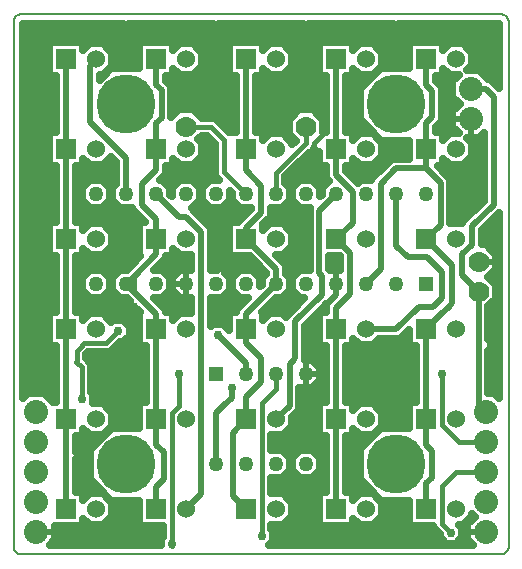
<source format=gtl>
G04 PROTEUS GERBER X2 FILE*
%TF.GenerationSoftware,Labcenter,Proteus,8.6-SP2-Build23525*%
%TF.CreationDate,2019-02-04T04:32:53+00:00*%
%TF.FileFunction,Copper,L1,Top*%
%TF.FilePolarity,Positive*%
%TF.Part,Single*%
%FSLAX45Y45*%
%MOMM*%
G01*
%TA.AperFunction,Conductor*%
%ADD10C,0.508000*%
%ADD11C,0.381000*%
%TA.AperFunction,ViaPad*%
%ADD12C,0.762000*%
%TA.AperFunction,Conductor*%
%ADD13C,0.635000*%
%TA.AperFunction,ComponentPad*%
%ADD14C,1.524000*%
%ADD15R,1.778000X1.778000*%
%TA.AperFunction,OtherPad,Unknown*%
%ADD16C,5.000000*%
%TA.AperFunction,ComponentPad*%
%ADD17R,1.270000X1.270000*%
%ADD18C,1.270000*%
%TA.AperFunction,ComponentPad*%
%ADD19C,2.032000*%
%TA.AperFunction,ComponentPad*%
%ADD70C,1.778000*%
%TA.AperFunction,Profile*%
%ADD71C,0.203200*%
%TD.AperFunction*%
G36*
X+3665264Y+2839764D02*
X+3666491Y+2824359D01*
X+3666491Y+2292249D01*
X+3590191Y+2368549D01*
X+3570956Y+2368549D01*
X+3494756Y+2444749D01*
X+3395333Y+2444749D01*
X+3435349Y+2484765D01*
X+3435349Y+2595235D01*
X+3357235Y+2673349D01*
X+3246765Y+2673349D01*
X+3194049Y+2620633D01*
X+3194049Y+2686049D01*
X+2901951Y+2686049D01*
X+2901951Y+2466149D01*
X+2666775Y+2466149D01*
X+2486851Y+2286225D01*
X+2486851Y+2031775D01*
X+2666775Y+1851851D01*
X+2901951Y+1851851D01*
X+2901951Y+1698443D01*
X+2761357Y+1698443D01*
X+2584967Y+1522053D01*
X+2584967Y+1517649D01*
X+2490026Y+1517649D01*
X+2467464Y+1495086D01*
X+2368549Y+1594001D01*
X+2368549Y+1631951D01*
X+2432049Y+1631951D01*
X+2432049Y+1697367D01*
X+2484765Y+1644651D01*
X+2595235Y+1644651D01*
X+2673349Y+1722765D01*
X+2673349Y+1833235D01*
X+2595235Y+1911349D01*
X+2484765Y+1911349D01*
X+2432049Y+1858633D01*
X+2432049Y+1924049D01*
X+2368549Y+1924049D01*
X+2368549Y+2393951D01*
X+2432049Y+2393951D01*
X+2432049Y+2459367D01*
X+2484765Y+2406651D01*
X+2595235Y+2406651D01*
X+2673349Y+2484765D01*
X+2673349Y+2595235D01*
X+2595235Y+2673349D01*
X+2484765Y+2673349D01*
X+2432049Y+2620633D01*
X+2432049Y+2686049D01*
X+2139951Y+2686049D01*
X+2139951Y+2393951D01*
X+2203451Y+2393951D01*
X+2203451Y+1924049D01*
X+2178049Y+1924049D01*
X+2178049Y+2028995D01*
X+2092495Y+2114549D01*
X+1971505Y+2114549D01*
X+1885951Y+2028995D01*
X+1885951Y+1908005D01*
X+1942241Y+1851715D01*
X+1911349Y+1820823D01*
X+1911349Y+1833235D01*
X+1833235Y+1911349D01*
X+1722765Y+1911349D01*
X+1670049Y+1858633D01*
X+1670049Y+1924049D01*
X+1606549Y+1924049D01*
X+1606549Y+2393951D01*
X+1670049Y+2393951D01*
X+1670049Y+2459367D01*
X+1722765Y+2406651D01*
X+1833235Y+2406651D01*
X+1911349Y+2484765D01*
X+1911349Y+2595235D01*
X+1833235Y+2673349D01*
X+1722765Y+2673349D01*
X+1670049Y+2620633D01*
X+1670049Y+2686049D01*
X+1377951Y+2686049D01*
X+1377951Y+2393951D01*
X+1441451Y+2393951D01*
X+1441451Y+1924049D01*
X+1377951Y+1924049D01*
X+1377951Y+1923301D01*
X+1369443Y+1931809D01*
X+1369441Y+1931809D01*
X+1256551Y+2044699D01*
X+1146345Y+2044699D01*
X+1076495Y+2114549D01*
X+955505Y+2114549D01*
X+891289Y+2050333D01*
X+891289Y+2312234D01*
X+844549Y+2358974D01*
X+844549Y+2393951D01*
X+908049Y+2393951D01*
X+908049Y+2459367D01*
X+960765Y+2406651D01*
X+1071235Y+2406651D01*
X+1149349Y+2484765D01*
X+1149349Y+2595235D01*
X+1071235Y+2673349D01*
X+960765Y+2673349D01*
X+908049Y+2620633D01*
X+908049Y+2686049D01*
X+615951Y+2686049D01*
X+615951Y+2466149D01*
X+380775Y+2466149D01*
X+282457Y+2367831D01*
X+282457Y+2406651D01*
X+309235Y+2406651D01*
X+387349Y+2484765D01*
X+387349Y+2595235D01*
X+309235Y+2673349D01*
X+198765Y+2673349D01*
X+146049Y+2620633D01*
X+146049Y+2686049D01*
X-146049Y+2686049D01*
X-146049Y+2393951D01*
X-82549Y+2393951D01*
X-82549Y+1924049D01*
X-146049Y+1924049D01*
X-146049Y+1631951D01*
X-82549Y+1631951D01*
X-82549Y+1162049D01*
X-146049Y+1162049D01*
X-146049Y+869951D01*
X-82549Y+869951D01*
X-82549Y+400049D01*
X-146049Y+400049D01*
X-146049Y+107951D01*
X-82549Y+107951D01*
X-82549Y-361951D01*
X-112044Y-361951D01*
X-188244Y-285751D01*
X-319756Y-285751D01*
X-364491Y-330486D01*
X-364491Y+2824359D01*
X-363264Y+2839764D01*
X-347859Y+2840991D01*
X+483149Y+2840991D01*
X+457200Y+2815042D01*
X+457200Y+2772958D01*
X+486958Y+2743200D01*
X+529042Y+2743200D01*
X+558800Y+2772958D01*
X+558800Y+2815042D01*
X+532851Y+2840991D01*
X+1245149Y+2840991D01*
X+1219200Y+2815042D01*
X+1219200Y+2772958D01*
X+1248958Y+2743200D01*
X+1291042Y+2743200D01*
X+1320800Y+2772958D01*
X+1320800Y+2815042D01*
X+1294851Y+2840991D01*
X+2007149Y+2840991D01*
X+1981200Y+2815042D01*
X+1981200Y+2772958D01*
X+2010958Y+2743200D01*
X+2053042Y+2743200D01*
X+2082800Y+2772958D01*
X+2082800Y+2815042D01*
X+2056851Y+2840991D01*
X+2769149Y+2840991D01*
X+2743200Y+2815042D01*
X+2743200Y+2772958D01*
X+2772958Y+2743200D01*
X+2815042Y+2743200D01*
X+2844800Y+2772958D01*
X+2844800Y+2815042D01*
X+2818851Y+2840991D01*
X+3649859Y+2840991D01*
X+3665264Y+2839764D01*
G37*
%LPC*%
G36*
X+1981200Y+2518958D02*
X+1981200Y+2561042D01*
X+2010958Y+2590800D01*
X+2053042Y+2590800D01*
X+2082800Y+2561042D01*
X+2082800Y+2518958D01*
X+2053042Y+2489200D01*
X+2010958Y+2489200D01*
X+1981200Y+2518958D01*
G37*
G36*
X+1219200Y+2518958D02*
X+1219200Y+2561042D01*
X+1248958Y+2590800D01*
X+1291042Y+2590800D01*
X+1320800Y+2561042D01*
X+1320800Y+2518958D01*
X+1291042Y+2489200D01*
X+1248958Y+2489200D01*
X+1219200Y+2518958D01*
G37*
G36*
X+2743200Y+2518958D02*
X+2743200Y+2561042D01*
X+2772958Y+2590800D01*
X+2815042Y+2590800D01*
X+2844800Y+2561042D01*
X+2844800Y+2518958D01*
X+2815042Y+2489200D01*
X+2772958Y+2489200D01*
X+2743200Y+2518958D01*
G37*
G36*
X+457200Y+2518958D02*
X+457200Y+2561042D01*
X+486958Y+2590800D01*
X+529042Y+2590800D01*
X+558800Y+2561042D01*
X+558800Y+2518958D01*
X+529042Y+2489200D01*
X+486958Y+2489200D01*
X+457200Y+2518958D01*
G37*
%LPD*%
G36*
X+3246765Y+2406651D02*
X+3325146Y+2406651D01*
X+3270251Y+2351756D01*
X+3270251Y+2220244D01*
X+3331495Y+2159000D01*
X+3270251Y+2097756D01*
X+3270251Y+1966244D01*
X+3325146Y+1911349D01*
X+3246765Y+1911349D01*
X+3194049Y+1858633D01*
X+3194049Y+1924049D01*
X+3130549Y+1924049D01*
X+3130549Y+1962952D01*
X+3180754Y+2013157D01*
X+3180754Y+2308673D01*
X+3130549Y+2358878D01*
X+3130549Y+2393951D01*
X+3194049Y+2393951D01*
X+3194049Y+2459367D01*
X+3246765Y+2406651D01*
G37*
G36*
X+2139951Y+1631951D02*
X+2203451Y+1631951D01*
X+2203451Y+1556699D01*
X+2180746Y+1579404D01*
X+2138662Y+1579404D01*
X+2108904Y+1549646D01*
X+2108904Y+1507562D01*
X+2138662Y+1477804D01*
X+2180746Y+1477804D01*
X+2210504Y+1507562D01*
X+2210504Y+1518566D01*
X+2223724Y+1505346D01*
X+2165351Y+1446974D01*
X+2165351Y+1393091D01*
X+2152649Y+1380389D01*
X+2152649Y+1446974D01*
X+2081974Y+1517649D01*
X+1982026Y+1517649D01*
X+1911351Y+1446974D01*
X+1911351Y+1347026D01*
X+1982026Y+1276351D01*
X+2061427Y+1276351D01*
X+2061427Y+755649D01*
X+1982026Y+755649D01*
X+1911351Y+684974D01*
X+1911351Y+585026D01*
X+1982026Y+514351D01*
X+2017741Y+514351D01*
X+1861987Y+358597D01*
X+1833235Y+387349D01*
X+1722765Y+387349D01*
X+1670049Y+334633D01*
X+1670049Y+400049D01*
X+1659789Y+400049D01*
X+1774091Y+514351D01*
X+1827974Y+514351D01*
X+1898649Y+585026D01*
X+1898649Y+684974D01*
X+1860549Y+723074D01*
X+1860549Y+796191D01*
X+1774089Y+882651D01*
X+1833235Y+882651D01*
X+1911349Y+960765D01*
X+1911349Y+1071235D01*
X+1833235Y+1149349D01*
X+1722765Y+1149349D01*
X+1670049Y+1096633D01*
X+1670049Y+1142910D01*
X+1733549Y+1206410D01*
X+1733549Y+1276351D01*
X+1827974Y+1276351D01*
X+1898649Y+1347026D01*
X+1898649Y+1446974D01*
X+1854199Y+1491424D01*
X+1854199Y+1548153D01*
X+2053852Y+1747806D01*
X+2074458Y+1727200D01*
X+2116542Y+1727200D01*
X+2139951Y+1750609D01*
X+2139951Y+1631951D01*
G37*
%LPC*%
G36*
X+1854200Y+1502958D02*
X+1854200Y+1545042D01*
X+1883958Y+1574800D01*
X+1926042Y+1574800D01*
X+1955800Y+1545042D01*
X+1955800Y+1502958D01*
X+1926042Y+1473200D01*
X+1883958Y+1473200D01*
X+1854200Y+1502958D01*
G37*
%LPD*%
G36*
X+3536951Y+1342944D02*
X+3402578Y+1208571D01*
X+3402576Y+1208571D01*
X+3354220Y+1160215D01*
X+3354220Y+1149349D01*
X+3253630Y+1149349D01*
X+3253630Y+1526833D01*
X+3148512Y+1631951D01*
X+3194049Y+1631951D01*
X+3194049Y+1697367D01*
X+3246765Y+1644651D01*
X+3357235Y+1644651D01*
X+3435349Y+1722765D01*
X+3435349Y+1833235D01*
X+3395333Y+1873251D01*
X+3494756Y+1873251D01*
X+3536951Y+1915446D01*
X+3536951Y+1342944D01*
G37*
G36*
X+1261681Y+1824049D02*
X+1261681Y+1551559D01*
X+1295591Y+1517649D01*
X+1220026Y+1517649D01*
X+1149351Y+1446974D01*
X+1149351Y+1347026D01*
X+1220026Y+1276351D01*
X+1319974Y+1276351D01*
X+1390649Y+1347026D01*
X+1390649Y+1422591D01*
X+1403351Y+1409889D01*
X+1403351Y+1347026D01*
X+1474026Y+1276351D01*
X+1568451Y+1276351D01*
X+1568451Y+1274792D01*
X+1455708Y+1162049D01*
X+1377951Y+1162049D01*
X+1377951Y+869951D01*
X+1553309Y+869951D01*
X+1695451Y+727809D01*
X+1695451Y+723074D01*
X+1657351Y+684974D01*
X+1657351Y+631091D01*
X+1644649Y+618389D01*
X+1644649Y+684974D01*
X+1573974Y+755649D01*
X+1474026Y+755649D01*
X+1403351Y+684974D01*
X+1403351Y+585026D01*
X+1474026Y+514351D01*
X+1540611Y+514351D01*
X+1441451Y+415191D01*
X+1441451Y+400049D01*
X+1377951Y+400049D01*
X+1377951Y+248841D01*
X+1324720Y+302072D01*
X+1245814Y+302072D01*
X+1225549Y+281807D01*
X+1225549Y+514351D01*
X+1319974Y+514351D01*
X+1390649Y+585026D01*
X+1390649Y+684974D01*
X+1348306Y+727317D01*
X+1377574Y+756585D01*
X+1377574Y+798669D01*
X+1347816Y+828427D01*
X+1305732Y+828427D01*
X+1275974Y+798669D01*
X+1275974Y+756585D01*
X+1276910Y+755649D01*
X+1225549Y+755649D01*
X+1225549Y+1112399D01*
X+1098549Y+1239399D01*
X+1098549Y+1239401D01*
X+1061599Y+1276351D01*
X+1065974Y+1276351D01*
X+1136649Y+1347026D01*
X+1136649Y+1446974D01*
X+1065974Y+1517649D01*
X+966026Y+1517649D01*
X+895351Y+1446974D01*
X+895351Y+1380389D01*
X+882649Y+1393091D01*
X+882649Y+1446974D01*
X+811974Y+1517649D01*
X+793112Y+1517649D01*
X+844549Y+1569086D01*
X+844549Y+1631951D01*
X+908049Y+1631951D01*
X+908049Y+1697367D01*
X+960765Y+1644651D01*
X+1071235Y+1644651D01*
X+1149349Y+1722765D01*
X+1149349Y+1833235D01*
X+1118314Y+1864270D01*
X+1146345Y+1892301D01*
X+1193429Y+1892301D01*
X+1261681Y+1824049D01*
G37*
%LPC*%
G36*
X+1155700Y+1756958D02*
X+1155700Y+1799042D01*
X+1185458Y+1828800D01*
X+1227542Y+1828800D01*
X+1257300Y+1799042D01*
X+1257300Y+1756958D01*
X+1227542Y+1727200D01*
X+1185458Y+1727200D01*
X+1155700Y+1756958D01*
G37*
%LPD*%
G36*
X+425451Y+1669413D02*
X+425451Y+1485074D01*
X+387351Y+1446974D01*
X+387351Y+1347026D01*
X+458026Y+1276351D01*
X+557842Y+1276351D01*
X+557842Y+1275005D01*
X+670798Y+1162049D01*
X+615951Y+1162049D01*
X+615951Y+869951D01*
X+626211Y+869951D01*
X+537309Y+781049D01*
X+537307Y+781049D01*
X+511907Y+755649D01*
X+458026Y+755649D01*
X+387351Y+684974D01*
X+387351Y+585026D01*
X+458026Y+514351D01*
X+511907Y+514351D01*
X+537307Y+488951D01*
X+537309Y+488951D01*
X+540709Y+485551D01*
X+520700Y+465542D01*
X+520700Y+423458D01*
X+550458Y+393700D01*
X+592542Y+393700D01*
X+612551Y+413709D01*
X+626211Y+400049D01*
X+615951Y+400049D01*
X+615951Y+107951D01*
X+679451Y+107951D01*
X+679451Y-361951D01*
X+615951Y-361951D01*
X+615951Y-581851D01*
X+380775Y-581851D01*
X+200851Y-761775D01*
X+200851Y-1016225D01*
X+380775Y-1196149D01*
X+615951Y-1196149D01*
X+615951Y-1416049D01*
X+819151Y-1416049D01*
X+819151Y-1507119D01*
X+800998Y-1525272D01*
X+800998Y-1570991D01*
X-139986Y-1570991D01*
X-95251Y-1526256D01*
X-95251Y-1416049D01*
X+146049Y-1416049D01*
X+146049Y-1350633D01*
X+198765Y-1403349D01*
X+309235Y-1403349D01*
X+387349Y-1325235D01*
X+387349Y-1214765D01*
X+309235Y-1136651D01*
X+198765Y-1136651D01*
X+146049Y-1189367D01*
X+146049Y-1123951D01*
X+82549Y-1123951D01*
X+82549Y-840832D01*
X+106445Y-864728D01*
X+148529Y-864728D01*
X+178287Y-834970D01*
X+178287Y-792886D01*
X+148529Y-763128D01*
X+106445Y-763128D01*
X+82549Y-787024D01*
X+82549Y-654049D01*
X+146049Y-654049D01*
X+146049Y-588633D01*
X+198765Y-641349D01*
X+309235Y-641349D01*
X+387349Y-563235D01*
X+387349Y-452765D01*
X+309235Y-374651D01*
X+228576Y-374651D01*
X+228576Y-298619D01*
X+209526Y-279569D01*
X+209526Y-37092D01*
X+165031Y+7403D01*
X+165031Y+41062D01*
X+181098Y+57129D01*
X+369246Y+57129D01*
X+454151Y+142034D01*
X+481093Y+142034D01*
X+536889Y+197830D01*
X+536889Y+276736D01*
X+481093Y+332532D01*
X+402187Y+332532D01*
X+383120Y+313464D01*
X+309235Y+387349D01*
X+198765Y+387349D01*
X+146049Y+334633D01*
X+146049Y+400049D01*
X+82549Y+400049D01*
X+82549Y+869951D01*
X+146049Y+869951D01*
X+146049Y+935367D01*
X+198765Y+882651D01*
X+309235Y+882651D01*
X+387349Y+960765D01*
X+387349Y+1071235D01*
X+309235Y+1149349D01*
X+198765Y+1149349D01*
X+146049Y+1096633D01*
X+146049Y+1162049D01*
X+82549Y+1162049D01*
X+82549Y+1631951D01*
X+146049Y+1631951D01*
X+146049Y+1697367D01*
X+198765Y+1644651D01*
X+309235Y+1644651D01*
X+379724Y+1715140D01*
X+425451Y+1669413D01*
G37*
%LPC*%
G36*
X+133351Y+585026D02*
X+133351Y+684974D01*
X+204026Y+755649D01*
X+303974Y+755649D01*
X+374649Y+684974D01*
X+374649Y+585026D01*
X+303974Y+514351D01*
X+204026Y+514351D01*
X+133351Y+585026D01*
G37*
G36*
X+133351Y+1347026D02*
X+133351Y+1446974D01*
X+204026Y+1517649D01*
X+303974Y+1517649D01*
X+374649Y+1446974D01*
X+374649Y+1347026D01*
X+303974Y+1276351D01*
X+204026Y+1276351D01*
X+133351Y+1347026D01*
G37*
G36*
X+446907Y-1302305D02*
X+446907Y-1260221D01*
X+476665Y-1230463D01*
X+518749Y-1230463D01*
X+548507Y-1260221D01*
X+548507Y-1302305D01*
X+518749Y-1332063D01*
X+476665Y-1332063D01*
X+446907Y-1302305D01*
G37*
G36*
X+409258Y-531571D02*
X+409258Y-489487D01*
X+439016Y-459729D01*
X+481100Y-459729D01*
X+510858Y-489487D01*
X+510858Y-531571D01*
X+481100Y-561329D01*
X+439016Y-561329D01*
X+409258Y-531571D01*
G37*
G36*
X+393700Y+423458D02*
X+393700Y+465542D01*
X+423458Y+495300D01*
X+465542Y+495300D01*
X+495300Y+465542D01*
X+495300Y+423458D01*
X+465542Y+393700D01*
X+423458Y+393700D01*
X+393700Y+423458D01*
G37*
%LPD*%
G36*
X+2321435Y+863825D02*
X+2321435Y+755649D01*
X+2236026Y+755649D01*
X+2233922Y+753546D01*
X+2226525Y+760943D01*
X+2226525Y+869951D01*
X+2315309Y+869951D01*
X+2321435Y+863825D01*
G37*
G36*
X+960765Y+882651D02*
X+1060451Y+882651D01*
X+1060451Y+755649D01*
X+966026Y+755649D01*
X+895351Y+684974D01*
X+895351Y+585026D01*
X+966026Y+514351D01*
X+1060451Y+514351D01*
X+1060451Y+387349D01*
X+960765Y+387349D01*
X+908049Y+334633D01*
X+908049Y+400049D01*
X+844549Y+400049D01*
X+844549Y+415191D01*
X+745389Y+514351D01*
X+811974Y+514351D01*
X+882649Y+585026D01*
X+882649Y+684974D01*
X+811974Y+755649D01*
X+745389Y+755649D01*
X+844549Y+854809D01*
X+844549Y+869951D01*
X+908049Y+869951D01*
X+908049Y+935367D01*
X+960765Y+882651D01*
G37*
%LPC*%
G36*
X+838200Y+486958D02*
X+838200Y+529042D01*
X+867958Y+558800D01*
X+910042Y+558800D01*
X+939800Y+529042D01*
X+939800Y+486958D01*
X+910042Y+457200D01*
X+867958Y+457200D01*
X+838200Y+486958D01*
G37*
%LPD*%
G36*
X+3666491Y-330486D02*
X+3621756Y-285751D01*
X+3575049Y-285751D01*
X+3575049Y+71796D01*
X+3575674Y+71171D01*
X+3617758Y+71171D01*
X+3647516Y+100929D01*
X+3647516Y+143013D01*
X+3617758Y+172771D01*
X+3575674Y+172771D01*
X+3575049Y+172146D01*
X+3575049Y+447505D01*
X+3638549Y+511005D01*
X+3638549Y+631995D01*
X+3572044Y+698500D01*
X+3638549Y+765005D01*
X+3638549Y+885995D01*
X+3552995Y+971549D01*
X+3519318Y+971549D01*
X+3519318Y+1091831D01*
X+3666491Y+1239004D01*
X+3666491Y-330486D01*
G37*
G36*
X+2201884Y+400049D02*
X+2139951Y+400049D01*
X+2139951Y+107951D01*
X+2203451Y+107951D01*
X+2203451Y-361951D01*
X+2139951Y-361951D01*
X+2139951Y-654049D01*
X+2203451Y-654049D01*
X+2203452Y-1123951D01*
X+2139951Y-1123951D01*
X+2139951Y-1416049D01*
X+2432049Y-1416049D01*
X+2432049Y-1350633D01*
X+2484765Y-1403349D01*
X+2595235Y-1403349D01*
X+2673349Y-1325235D01*
X+2673349Y-1214765D01*
X+2595235Y-1136651D01*
X+2484765Y-1136651D01*
X+2432049Y-1189367D01*
X+2432049Y-1123951D01*
X+2368548Y-1123951D01*
X+2368549Y-654049D01*
X+2432049Y-654049D01*
X+2432049Y-588633D01*
X+2484765Y-641349D01*
X+2595235Y-641349D01*
X+2673349Y-563235D01*
X+2673349Y-452765D01*
X+2595235Y-374651D01*
X+2484765Y-374651D01*
X+2432049Y-427367D01*
X+2432049Y-361951D01*
X+2368549Y-361951D01*
X+2368549Y+107951D01*
X+2432049Y+107951D01*
X+2432049Y+173367D01*
X+2484765Y+120651D01*
X+2595235Y+120651D01*
X+2646035Y+171451D01*
X+2828191Y+171451D01*
X+2901951Y+245211D01*
X+2901951Y+107951D01*
X+2965451Y+107951D01*
X+2965451Y-361951D01*
X+2901951Y-361951D01*
X+2901951Y-581851D01*
X+2666775Y-581851D01*
X+2486851Y-761775D01*
X+2486851Y-1016225D01*
X+2666775Y-1196149D01*
X+2901951Y-1196149D01*
X+2901951Y-1416049D01*
X+3105187Y-1416049D01*
X+3105187Y-1423058D01*
X+3163612Y-1481483D01*
X+3163612Y-1508425D01*
X+3219408Y-1564221D01*
X+3298314Y-1564221D01*
X+3354110Y-1508425D01*
X+3354110Y-1429519D01*
X+3327940Y-1403349D01*
X+3357235Y-1403349D01*
X+3435349Y-1325235D01*
X+3435349Y-1310354D01*
X+3458495Y-1333500D01*
X+3397251Y-1394744D01*
X+3397251Y-1526256D01*
X+3441986Y-1570991D01*
X+1719749Y-1570991D01*
X+1752775Y-1537965D01*
X+1752775Y-1459059D01*
X+1733725Y-1440009D01*
X+1733725Y-1403349D01*
X+1833235Y-1403349D01*
X+1911349Y-1325235D01*
X+1911349Y-1214765D01*
X+1833235Y-1136651D01*
X+1733565Y-1136651D01*
X+1733565Y-1009649D01*
X+1827974Y-1009649D01*
X+1898649Y-938974D01*
X+1898649Y-839026D01*
X+1827974Y-768351D01*
X+1733565Y-768351D01*
X+1733565Y-641349D01*
X+1833235Y-641349D01*
X+1911349Y-563235D01*
X+1911349Y-491391D01*
X+1975527Y-427213D01*
X+1975527Y-241150D01*
X+1982026Y-247649D01*
X+2081974Y-247649D01*
X+2152649Y-176974D01*
X+2152649Y-77026D01*
X+2081974Y-6351D01*
X+2022372Y-6351D01*
X+2022372Y+285502D01*
X+2199262Y+462392D01*
X+2199264Y+462392D01*
X+2201884Y+465012D01*
X+2201884Y+400049D01*
G37*
%LPC*%
G36*
X+2152649Y-839026D02*
X+2152649Y-938974D01*
X+2081974Y-1009649D01*
X+1982026Y-1009649D01*
X+1911351Y-938974D01*
X+1911351Y-839026D01*
X+1982026Y-768351D01*
X+2081974Y-768351D01*
X+2152649Y-839026D01*
G37*
G36*
X+2037474Y+228793D02*
X+2037474Y+270877D01*
X+2067232Y+300635D01*
X+2109316Y+300635D01*
X+2139074Y+270877D01*
X+2139074Y+228793D01*
X+2109316Y+199035D01*
X+2067232Y+199035D01*
X+2037474Y+228793D01*
G37*
G36*
X+1981200Y-529042D02*
X+1981200Y-486958D01*
X+2010958Y-457200D01*
X+2053042Y-457200D01*
X+2082800Y-486958D01*
X+2082800Y-529042D01*
X+2053042Y-558800D01*
X+2010958Y-558800D01*
X+1981200Y-529042D01*
G37*
G36*
X+2854913Y-101396D02*
X+2854913Y-59312D01*
X+2884671Y-29554D01*
X+2926755Y-29554D01*
X+2956513Y-59312D01*
X+2956513Y-101396D01*
X+2926755Y-131154D01*
X+2884671Y-131154D01*
X+2854913Y-101396D01*
G37*
%LPD*%
D10*
X+0Y+2540000D02*
X+0Y+1778000D01*
X+0Y+1016000D01*
X+0Y+254000D01*
X+0Y-508000D01*
X+0Y-1270000D01*
X+3048000Y-1270000D02*
X+3048000Y-1051791D01*
X+3094701Y-1005090D01*
X+3094701Y-774863D01*
X+3048540Y-728702D01*
X+3048219Y-728381D01*
X+3048219Y-508219D01*
X+3048000Y-508000D01*
X+3048000Y+254000D01*
X+3048000Y+2540000D02*
X+3048000Y+2324687D01*
X+3098205Y+2274482D01*
X+3098205Y+2047348D01*
X+3048000Y+1997143D01*
X+3048000Y+1778000D01*
X+2286000Y+2540000D02*
X+2286000Y+1778000D01*
X+1524000Y+2540000D02*
X+1524000Y+1778000D01*
X+762000Y+2540000D02*
X+762000Y+2324783D01*
X+808740Y+2278043D01*
X+808740Y+2044785D01*
X+762179Y+1998224D01*
X+762000Y+1998045D01*
X+762000Y+1778000D01*
X+762000Y-508000D02*
X+762000Y+254000D01*
X+762000Y-508000D02*
X+762000Y-723205D01*
X+825500Y-786705D01*
X+825500Y-1016000D01*
X+762000Y-1079500D01*
X+762000Y-1269348D01*
X+786274Y-1293622D01*
X+762000Y-1270000D01*
X+2286000Y-508000D02*
X+2286000Y-1241608D01*
X+2251324Y-1276284D01*
X+2286000Y-1270000D01*
X+2286000Y-508000D02*
X+2286000Y+254000D01*
X+254000Y+2540000D02*
X+199908Y+2485908D01*
X+199908Y+2011696D01*
X+508000Y+1703604D01*
X+508000Y+1397000D01*
X+2286000Y+1778000D02*
X+2286000Y+1559810D01*
X+2425707Y+1420103D01*
X+2425707Y+1155707D01*
X+2286000Y+1016000D01*
X+2403984Y+898016D01*
X+2403984Y+767488D01*
X+2403984Y+553860D01*
X+2284433Y+434309D01*
X+2284433Y+255567D01*
X+2286000Y+254000D01*
X+762000Y+1016000D02*
X+762000Y+1187587D01*
X+640390Y+1309197D01*
X+640390Y+1481667D01*
X+746223Y+1587500D01*
X+762000Y+1603277D01*
X+762000Y+1778000D01*
X+571500Y+698500D02*
X+571500Y+571500D01*
X+762000Y+1016000D02*
X+762000Y+889000D01*
X+571500Y+698500D01*
X+508000Y+635000D01*
X+571500Y+571500D01*
X+762000Y+381000D01*
X+762000Y+342900D01*
X+762000Y+254000D01*
X+1524000Y+1016000D02*
X+1778000Y+762000D01*
X+1778000Y+635000D01*
X+1524000Y+1016000D02*
X+1524000Y+1113601D01*
X+1651000Y+1240601D01*
X+1651000Y+1397000D01*
X+1651000Y+1469908D01*
X+1518709Y+1602199D01*
X+1518709Y+1772709D01*
X+1524000Y+1778000D01*
X+1016000Y+1205208D02*
X+1143000Y+1078208D01*
X+1143000Y-1143000D01*
X+1016000Y-1270000D01*
X+762000Y+1397000D02*
X+953792Y+1205208D01*
X+976647Y+1205208D01*
X+1016000Y+1205208D01*
X+3048000Y+254000D02*
X+3175000Y+381000D01*
X+3175000Y+889000D02*
X+3143250Y+920750D01*
X+3048000Y+1016000D01*
X+2794000Y+1397000D02*
X+2794000Y+962143D01*
X+2892760Y+863383D01*
X+3059419Y+863383D01*
X+3182869Y+739933D01*
X+3185956Y+736846D01*
X+3185956Y+520809D01*
X+3109647Y+444500D01*
X+2984500Y+444500D01*
X+2794000Y+254000D01*
X+2540000Y+254000D01*
X+2540000Y+635000D02*
X+2667516Y+762516D01*
X+2667516Y+1487862D01*
X+2795548Y+1615894D01*
X+3047829Y+1615894D01*
X+3048000Y+1615723D01*
X+3048000Y+1778000D02*
X+3048000Y+1615723D01*
X+3171081Y+1492642D01*
X+3171081Y+1139081D01*
X+3048000Y+1016000D01*
X+2286000Y+1397000D02*
X+2143976Y+1254976D01*
X+2143976Y+726752D01*
X+2165071Y+705657D01*
X+2165071Y+635000D01*
X+1892978Y-36157D02*
X+1917284Y-11851D01*
X+1939823Y+10688D01*
X+1939823Y+319693D01*
X+2165071Y+544941D01*
X+2165071Y+605315D01*
X+2165071Y+635000D01*
X+1892978Y-36157D02*
X+1892978Y-393022D01*
X+1778000Y-508000D01*
D11*
X+3556000Y-698500D02*
X+3321961Y-698500D01*
X+3181394Y-557933D01*
X+3181394Y-128833D01*
X+3181676Y-128551D01*
D10*
X+1524000Y-1270000D02*
X+1409659Y-1155659D01*
X+1409659Y-622341D01*
X+1524000Y-508000D01*
X+1524000Y-317500D01*
X+1651000Y-190500D01*
D11*
X+1778000Y-127000D02*
X+1778000Y-253090D01*
X+1767181Y-263909D01*
X+1657366Y-373724D01*
X+1657366Y-1333500D01*
X+1657526Y-1498512D02*
X+1657526Y-1333660D01*
X+1657366Y-1333500D01*
D10*
X+1524000Y+254000D02*
X+1524000Y+137778D01*
X+1651000Y+10778D01*
X+1651000Y-127000D01*
X+1651000Y-190500D01*
X+1524000Y+254000D02*
X+1524000Y+381000D01*
X+1778000Y+635000D01*
X+1285267Y+206823D02*
X+1524000Y-31910D01*
X+1524000Y-127000D01*
D11*
X+133327Y-338072D02*
X+133327Y-68653D01*
X+85035Y-20361D01*
X+88832Y-20361D01*
X+441640Y+237283D02*
X+337685Y+133328D01*
X+149537Y+133328D01*
X+113652Y+97443D01*
X+88832Y+72623D01*
X+88832Y-20361D01*
D10*
X+1403291Y-241143D02*
X+1403291Y-324940D01*
X+1337251Y-390980D01*
X+1270712Y-457519D01*
X+1270000Y-458231D01*
X+1270000Y-889000D01*
X+1270712Y-494929D02*
X+1270712Y-457519D01*
D11*
X+952500Y-127000D02*
X+952500Y-399689D01*
X+895350Y-456839D01*
X+895350Y-1079500D01*
X+895350Y-1079667D01*
X+895350Y-1582804D01*
X+896247Y-1583701D01*
X+896247Y-1564725D01*
D10*
X+2032000Y+293860D02*
X+2044249Y+293860D01*
X+2088274Y+249835D01*
X+2286000Y+635000D02*
X+2286000Y+547860D01*
X+2032000Y+293860D01*
X+2032000Y-63500D02*
X+2032000Y-127000D01*
X+2032000Y-508000D01*
X+2032000Y+293860D02*
X+2032000Y-63500D01*
X-254000Y-1460500D02*
X+318470Y-1460500D01*
X+497707Y-1281263D01*
D11*
X+127487Y-889000D02*
X+127487Y-852825D01*
X+460058Y-520254D01*
X+460058Y-510529D01*
X+497707Y-1281263D02*
X+419345Y-1202901D01*
X+391989Y-1202901D01*
X+127487Y-938399D01*
X+127487Y-889000D01*
X+127487Y-852825D02*
X+127487Y-813928D01*
X+460058Y-510529D02*
X+541818Y-428769D01*
X+541818Y+381000D01*
X+541818Y+414818D01*
X+571500Y+444500D01*
X+2036517Y+2535483D02*
X+2036517Y+2789483D01*
X+2032000Y+2794000D01*
X+1270000Y+2794000D02*
X+1270000Y+2540000D01*
X+2794000Y+2794000D02*
X+2794000Y+2540000D01*
X+508000Y+2794000D02*
X+508000Y+2540000D01*
X+3556000Y-952500D02*
X+3302000Y-952500D01*
X+3181386Y-1073114D01*
X+3181386Y-1391497D01*
X+3258861Y-1468972D01*
X+2032000Y+2540000D02*
X+2036517Y+2535483D01*
X+1326774Y+1158287D02*
X+1143000Y+1342061D01*
X+1143000Y+1524000D01*
X+1326774Y+777627D02*
X+1326774Y+1158287D01*
X+1143000Y+1524000D02*
X+1143000Y+1714500D01*
X+1206500Y+1778000D01*
X+2036517Y+1655517D02*
X+1905000Y+1524000D01*
X+2095500Y+1714500D02*
X+2095500Y+1778000D01*
X+2095500Y+1828979D01*
X+2165399Y+1898878D01*
X+2036517Y+2535483D02*
X+2165399Y+2406601D01*
X+2165399Y+2380566D01*
X+2165399Y+1898878D01*
X+2036517Y+1655517D02*
X+2095500Y+1714500D01*
X+2032000Y+1968500D02*
X+2032000Y+1833714D01*
X+1778000Y+1579714D01*
X+1778000Y+1397000D01*
X+1016000Y+1968500D02*
X+1224990Y+1968500D01*
X+1337880Y+1855610D01*
X+1337880Y+1583120D01*
X+1524000Y+1397000D01*
X+3596716Y+121971D02*
X+3654467Y+179722D01*
X+3654467Y+332608D01*
D10*
X+3492500Y+571500D02*
X+3492500Y-381000D01*
X+3556000Y-444500D01*
X+3238500Y+825500D02*
X+3270250Y+793750D01*
X+3270250Y+476250D01*
X+3238500Y+444500D01*
X+3175000Y+381000D02*
X+3238500Y+444500D01*
X+3238500Y+825500D02*
X+3175000Y+889000D01*
X+3492500Y+571500D02*
X+3352800Y+711200D01*
X+3352800Y+887231D01*
X+3436769Y+971200D01*
X+3436769Y+1126022D01*
D11*
X+3654467Y+1108033D02*
X+3654467Y+1032315D01*
X+3654467Y+332608D01*
D10*
X+3429000Y+2286000D02*
X+3556000Y+2286000D01*
X+3619500Y+2222500D01*
X+3619500Y+1308753D01*
X+3436769Y+1126022D01*
D12*
X+1403291Y-241143D03*
X+3181676Y-128551D03*
X+1657526Y-1498512D03*
X+1285267Y+206823D03*
X+133327Y-338072D03*
X+441640Y+237283D03*
X+952500Y-127000D03*
X+896247Y-1564725D03*
X+2088274Y+249835D03*
X+2032000Y-508000D03*
X+497707Y-1281263D03*
X+127487Y-813928D03*
X+460058Y-510529D03*
X+571500Y+444500D03*
X+444500Y+444500D03*
X+2905713Y-80354D03*
X+1905000Y+1524000D03*
X+2159704Y+1528604D03*
X+2032000Y+2540000D03*
X+2032000Y+2794000D03*
X+1270000Y+2794000D03*
X+1270000Y+2540000D03*
X+2794000Y+2794000D03*
X+2794000Y+2540000D03*
X+508000Y+2794000D03*
X+508000Y+2540000D03*
X+3258861Y-1468972D03*
X+889000Y+508000D03*
X+1326774Y+777627D03*
X+1206500Y+1778000D03*
X+2095500Y+1778000D03*
X+3596716Y+121971D03*
D13*
X+3665264Y+2839764D02*
X+3666491Y+2824359D01*
X+3666491Y+2292249D01*
X+3590191Y+2368549D01*
X+3570956Y+2368549D01*
X+3494756Y+2444749D01*
X+3395333Y+2444749D01*
X+3435349Y+2484765D01*
X+3435349Y+2595235D01*
X+3357235Y+2673349D01*
X+3246765Y+2673349D01*
X+3194049Y+2620633D01*
X+3194049Y+2686049D01*
X+2901951Y+2686049D01*
X+2901951Y+2466149D01*
X+2666775Y+2466149D01*
X+2486851Y+2286225D01*
X+2486851Y+2031775D01*
X+2666775Y+1851851D01*
X+2901951Y+1851851D01*
X+2901951Y+1698443D01*
X+2761357Y+1698443D01*
X+2584967Y+1522053D01*
X+2584967Y+1517649D01*
X+2490026Y+1517649D01*
X+2467464Y+1495086D01*
X+2368549Y+1594001D01*
X+2368549Y+1631951D01*
X+2432049Y+1631951D01*
X+2432049Y+1697367D01*
X+2484765Y+1644651D01*
X+2595235Y+1644651D01*
X+2673349Y+1722765D01*
X+2673349Y+1833235D01*
X+2595235Y+1911349D01*
X+2484765Y+1911349D01*
X+2432049Y+1858633D01*
X+2432049Y+1924049D01*
X+2368549Y+1924049D01*
X+2368549Y+2393951D01*
X+2432049Y+2393951D01*
X+2432049Y+2459367D01*
X+2484765Y+2406651D01*
X+2595235Y+2406651D01*
X+2673349Y+2484765D01*
X+2673349Y+2595235D01*
X+2595235Y+2673349D01*
X+2484765Y+2673349D01*
X+2432049Y+2620633D01*
X+2432049Y+2686049D01*
X+2139951Y+2686049D01*
X+2139951Y+2393951D01*
X+2203451Y+2393951D01*
X+2203451Y+1924049D01*
X+2178049Y+1924049D01*
X+2178049Y+2028995D01*
X+2092495Y+2114549D01*
X+1971505Y+2114549D01*
X+1885951Y+2028995D01*
X+1885951Y+1908005D01*
X+1942241Y+1851715D01*
X+1911349Y+1820823D01*
X+1911349Y+1833235D01*
X+1833235Y+1911349D01*
X+1722765Y+1911349D01*
X+1670049Y+1858633D01*
X+1670049Y+1924049D01*
X+1606549Y+1924049D01*
X+1606549Y+2393951D01*
X+1670049Y+2393951D01*
X+1670049Y+2459367D01*
X+1722765Y+2406651D01*
X+1833235Y+2406651D01*
X+1911349Y+2484765D01*
X+1911349Y+2595235D01*
X+1833235Y+2673349D01*
X+1722765Y+2673349D01*
X+1670049Y+2620633D01*
X+1670049Y+2686049D01*
X+1377951Y+2686049D01*
X+1377951Y+2393951D01*
X+1441451Y+2393951D01*
X+1441451Y+1924049D01*
X+1377951Y+1924049D01*
X+1377951Y+1923301D01*
X+1369443Y+1931809D01*
X+1369441Y+1931809D01*
X+1256551Y+2044699D01*
X+1146345Y+2044699D01*
X+1076495Y+2114549D01*
X+955505Y+2114549D01*
X+891289Y+2050333D01*
X+891289Y+2312234D01*
X+844549Y+2358974D01*
X+844549Y+2393951D01*
X+908049Y+2393951D01*
X+908049Y+2459367D01*
X+960765Y+2406651D01*
X+1071235Y+2406651D01*
X+1149349Y+2484765D01*
X+1149349Y+2595235D01*
X+1071235Y+2673349D01*
X+960765Y+2673349D01*
X+908049Y+2620633D01*
X+908049Y+2686049D01*
X+615951Y+2686049D01*
X+615951Y+2466149D01*
X+380775Y+2466149D01*
X+282457Y+2367831D01*
X+282457Y+2406651D01*
X+309235Y+2406651D01*
X+387349Y+2484765D01*
X+387349Y+2595235D01*
X+309235Y+2673349D01*
X+198765Y+2673349D01*
X+146049Y+2620633D01*
X+146049Y+2686049D01*
X-146049Y+2686049D01*
X-146049Y+2393951D01*
X-82549Y+2393951D01*
X-82549Y+1924049D01*
X-146049Y+1924049D01*
X-146049Y+1631951D01*
X-82549Y+1631951D01*
X-82549Y+1162049D01*
X-146049Y+1162049D01*
X-146049Y+869951D01*
X-82549Y+869951D01*
X-82549Y+400049D01*
X-146049Y+400049D01*
X-146049Y+107951D01*
X-82549Y+107951D01*
X-82549Y-361951D01*
X-112044Y-361951D01*
X-188244Y-285751D01*
X-319756Y-285751D01*
X-364491Y-330486D01*
X-364491Y+2824359D01*
X-363264Y+2839764D01*
X-347859Y+2840991D01*
X+483149Y+2840991D01*
X+457200Y+2815042D01*
X+457200Y+2772958D01*
X+486958Y+2743200D01*
X+529042Y+2743200D01*
X+558800Y+2772958D01*
X+558800Y+2815042D01*
X+532851Y+2840991D01*
X+1245149Y+2840991D01*
X+1219200Y+2815042D01*
X+1219200Y+2772958D01*
X+1248958Y+2743200D01*
X+1291042Y+2743200D01*
X+1320800Y+2772958D01*
X+1320800Y+2815042D01*
X+1294851Y+2840991D01*
X+2007149Y+2840991D01*
X+1981200Y+2815042D01*
X+1981200Y+2772958D01*
X+2010958Y+2743200D01*
X+2053042Y+2743200D01*
X+2082800Y+2772958D01*
X+2082800Y+2815042D01*
X+2056851Y+2840991D01*
X+2769149Y+2840991D01*
X+2743200Y+2815042D01*
X+2743200Y+2772958D01*
X+2772958Y+2743200D01*
X+2815042Y+2743200D01*
X+2844800Y+2772958D01*
X+2844800Y+2815042D01*
X+2818851Y+2840991D01*
X+3649859Y+2840991D01*
X+3665264Y+2839764D01*
X+1981200Y+2518958D02*
X+1981200Y+2561042D01*
X+2010958Y+2590800D01*
X+2053042Y+2590800D01*
X+2082800Y+2561042D01*
X+2082800Y+2518958D01*
X+2053042Y+2489200D01*
X+2010958Y+2489200D01*
X+1981200Y+2518958D01*
X+1219200Y+2518958D02*
X+1219200Y+2561042D01*
X+1248958Y+2590800D01*
X+1291042Y+2590800D01*
X+1320800Y+2561042D01*
X+1320800Y+2518958D01*
X+1291042Y+2489200D01*
X+1248958Y+2489200D01*
X+1219200Y+2518958D01*
X+2743200Y+2518958D02*
X+2743200Y+2561042D01*
X+2772958Y+2590800D01*
X+2815042Y+2590800D01*
X+2844800Y+2561042D01*
X+2844800Y+2518958D01*
X+2815042Y+2489200D01*
X+2772958Y+2489200D01*
X+2743200Y+2518958D01*
X+457200Y+2518958D02*
X+457200Y+2561042D01*
X+486958Y+2590800D01*
X+529042Y+2590800D01*
X+558800Y+2561042D01*
X+558800Y+2518958D01*
X+529042Y+2489200D01*
X+486958Y+2489200D01*
X+457200Y+2518958D01*
X+3246765Y+2406651D02*
X+3325146Y+2406651D01*
X+3270251Y+2351756D01*
X+3270251Y+2220244D01*
X+3331495Y+2159000D01*
X+3270251Y+2097756D01*
X+3270251Y+1966244D01*
X+3325146Y+1911349D01*
X+3246765Y+1911349D01*
X+3194049Y+1858633D01*
X+3194049Y+1924049D01*
X+3130549Y+1924049D01*
X+3130549Y+1962952D01*
X+3180754Y+2013157D01*
X+3180754Y+2308673D01*
X+3130549Y+2358878D01*
X+3130549Y+2393951D01*
X+3194049Y+2393951D01*
X+3194049Y+2459367D01*
X+3246765Y+2406651D01*
X+2139951Y+1631951D02*
X+2203451Y+1631951D01*
X+2203451Y+1556699D01*
X+2180746Y+1579404D01*
X+2138662Y+1579404D01*
X+2108904Y+1549646D01*
X+2108904Y+1507562D01*
X+2138662Y+1477804D01*
X+2180746Y+1477804D01*
X+2210504Y+1507562D01*
X+2210504Y+1518566D01*
X+2223724Y+1505346D01*
X+2165351Y+1446974D01*
X+2165351Y+1393091D01*
X+2152649Y+1380389D01*
X+2152649Y+1446974D01*
X+2081974Y+1517649D01*
X+1982026Y+1517649D01*
X+1911351Y+1446974D01*
X+1911351Y+1347026D01*
X+1982026Y+1276351D01*
X+2061427Y+1276351D01*
X+2061427Y+755649D01*
X+1982026Y+755649D01*
X+1911351Y+684974D01*
X+1911351Y+585026D01*
X+1982026Y+514351D01*
X+2017741Y+514351D01*
X+1861987Y+358597D01*
X+1833235Y+387349D01*
X+1722765Y+387349D01*
X+1670049Y+334633D01*
X+1670049Y+400049D01*
X+1659789Y+400049D01*
X+1774091Y+514351D01*
X+1827974Y+514351D01*
X+1898649Y+585026D01*
X+1898649Y+684974D01*
X+1860549Y+723074D01*
X+1860549Y+796191D01*
X+1774089Y+882651D01*
X+1833235Y+882651D01*
X+1911349Y+960765D01*
X+1911349Y+1071235D01*
X+1833235Y+1149349D01*
X+1722765Y+1149349D01*
X+1670049Y+1096633D01*
X+1670049Y+1142910D01*
X+1733549Y+1206410D01*
X+1733549Y+1276351D01*
X+1827974Y+1276351D01*
X+1898649Y+1347026D01*
X+1898649Y+1446974D01*
X+1854199Y+1491424D01*
X+1854199Y+1548153D01*
X+2053852Y+1747806D01*
X+2074458Y+1727200D01*
X+2116542Y+1727200D01*
X+2139951Y+1750609D01*
X+2139951Y+1631951D01*
X+1854200Y+1502958D02*
X+1854200Y+1545042D01*
X+1883958Y+1574800D01*
X+1926042Y+1574800D01*
X+1955800Y+1545042D01*
X+1955800Y+1502958D01*
X+1926042Y+1473200D01*
X+1883958Y+1473200D01*
X+1854200Y+1502958D01*
X+3536951Y+1342944D02*
X+3402578Y+1208571D01*
X+3402576Y+1208571D01*
X+3354220Y+1160215D01*
X+3354220Y+1149349D01*
X+3253630Y+1149349D01*
X+3253630Y+1526833D01*
X+3148512Y+1631951D01*
X+3194049Y+1631951D01*
X+3194049Y+1697367D01*
X+3246765Y+1644651D01*
X+3357235Y+1644651D01*
X+3435349Y+1722765D01*
X+3435349Y+1833235D01*
X+3395333Y+1873251D01*
X+3494756Y+1873251D01*
X+3536951Y+1915446D01*
X+3536951Y+1342944D01*
X+1261681Y+1824049D02*
X+1261681Y+1551559D01*
X+1295591Y+1517649D01*
X+1220026Y+1517649D01*
X+1149351Y+1446974D01*
X+1149351Y+1347026D01*
X+1220026Y+1276351D01*
X+1319974Y+1276351D01*
X+1390649Y+1347026D01*
X+1390649Y+1422591D01*
X+1403351Y+1409889D01*
X+1403351Y+1347026D01*
X+1474026Y+1276351D01*
X+1568451Y+1276351D01*
X+1568451Y+1274792D01*
X+1455708Y+1162049D01*
X+1377951Y+1162049D01*
X+1377951Y+869951D01*
X+1553309Y+869951D01*
X+1695451Y+727809D01*
X+1695451Y+723074D01*
X+1657351Y+684974D01*
X+1657351Y+631091D01*
X+1644649Y+618389D01*
X+1644649Y+684974D01*
X+1573974Y+755649D01*
X+1474026Y+755649D01*
X+1403351Y+684974D01*
X+1403351Y+585026D01*
X+1474026Y+514351D01*
X+1540611Y+514351D01*
X+1441451Y+415191D01*
X+1441451Y+400049D01*
X+1377951Y+400049D01*
X+1377951Y+248841D01*
X+1324720Y+302072D01*
X+1245814Y+302072D01*
X+1225549Y+281807D01*
X+1225549Y+514351D01*
X+1319974Y+514351D01*
X+1390649Y+585026D01*
X+1390649Y+684974D01*
X+1348306Y+727317D01*
X+1377574Y+756585D01*
X+1377574Y+798669D01*
X+1347816Y+828427D01*
X+1305732Y+828427D01*
X+1275974Y+798669D01*
X+1275974Y+756585D01*
X+1276910Y+755649D01*
X+1225549Y+755649D01*
X+1225549Y+1112399D01*
X+1098549Y+1239399D01*
X+1098549Y+1239401D01*
X+1061599Y+1276351D01*
X+1065974Y+1276351D01*
X+1136649Y+1347026D01*
X+1136649Y+1446974D01*
X+1065974Y+1517649D01*
X+966026Y+1517649D01*
X+895351Y+1446974D01*
X+895351Y+1380389D01*
X+882649Y+1393091D01*
X+882649Y+1446974D01*
X+811974Y+1517649D01*
X+793112Y+1517649D01*
X+844549Y+1569086D01*
X+844549Y+1631951D01*
X+908049Y+1631951D01*
X+908049Y+1697367D01*
X+960765Y+1644651D01*
X+1071235Y+1644651D01*
X+1149349Y+1722765D01*
X+1149349Y+1833235D01*
X+1118314Y+1864270D01*
X+1146345Y+1892301D01*
X+1193429Y+1892301D01*
X+1261681Y+1824049D01*
X+1155700Y+1756958D02*
X+1155700Y+1799042D01*
X+1185458Y+1828800D01*
X+1227542Y+1828800D01*
X+1257300Y+1799042D01*
X+1257300Y+1756958D01*
X+1227542Y+1727200D01*
X+1185458Y+1727200D01*
X+1155700Y+1756958D01*
X+425451Y+1669413D02*
X+425451Y+1485074D01*
X+387351Y+1446974D01*
X+387351Y+1347026D01*
X+458026Y+1276351D01*
X+557842Y+1276351D01*
X+557842Y+1275005D01*
X+670798Y+1162049D01*
X+615951Y+1162049D01*
X+615951Y+869951D01*
X+626211Y+869951D01*
X+537309Y+781049D01*
X+537307Y+781049D01*
X+511907Y+755649D01*
X+458026Y+755649D01*
X+387351Y+684974D01*
X+387351Y+585026D01*
X+458026Y+514351D01*
X+511907Y+514351D01*
X+537307Y+488951D01*
X+537309Y+488951D01*
X+540709Y+485551D01*
X+520700Y+465542D01*
X+520700Y+423458D01*
X+550458Y+393700D01*
X+592542Y+393700D01*
X+612551Y+413709D01*
X+626211Y+400049D01*
X+615951Y+400049D01*
X+615951Y+107951D01*
X+679451Y+107951D01*
X+679451Y-361951D01*
X+615951Y-361951D01*
X+615951Y-581851D01*
X+380775Y-581851D01*
X+200851Y-761775D01*
X+200851Y-1016225D01*
X+380775Y-1196149D01*
X+615951Y-1196149D01*
X+615951Y-1416049D01*
X+819151Y-1416049D01*
X+819151Y-1507119D01*
X+800998Y-1525272D01*
X+800998Y-1570991D01*
X-139986Y-1570991D01*
X-95251Y-1526256D01*
X-95251Y-1416049D01*
X+146049Y-1416049D01*
X+146049Y-1350633D01*
X+198765Y-1403349D01*
X+309235Y-1403349D01*
X+387349Y-1325235D01*
X+387349Y-1214765D01*
X+309235Y-1136651D01*
X+198765Y-1136651D01*
X+146049Y-1189367D01*
X+146049Y-1123951D01*
X+82549Y-1123951D01*
X+82549Y-840832D01*
X+106445Y-864728D01*
X+148529Y-864728D01*
X+178287Y-834970D01*
X+178287Y-792886D01*
X+148529Y-763128D01*
X+106445Y-763128D01*
X+82549Y-787024D01*
X+82549Y-654049D01*
X+146049Y-654049D01*
X+146049Y-588633D01*
X+198765Y-641349D01*
X+309235Y-641349D01*
X+387349Y-563235D01*
X+387349Y-452765D01*
X+309235Y-374651D01*
X+228576Y-374651D01*
X+228576Y-298619D01*
X+209526Y-279569D01*
X+209526Y-37092D01*
X+165031Y+7403D01*
X+165031Y+41062D01*
X+181098Y+57129D01*
X+369246Y+57129D01*
X+454151Y+142034D01*
X+481093Y+142034D01*
X+536889Y+197830D01*
X+536889Y+276736D01*
X+481093Y+332532D01*
X+402187Y+332532D01*
X+383120Y+313464D01*
X+309235Y+387349D01*
X+198765Y+387349D01*
X+146049Y+334633D01*
X+146049Y+400049D01*
X+82549Y+400049D01*
X+82549Y+869951D01*
X+146049Y+869951D01*
X+146049Y+935367D01*
X+198765Y+882651D01*
X+309235Y+882651D01*
X+387349Y+960765D01*
X+387349Y+1071235D01*
X+309235Y+1149349D01*
X+198765Y+1149349D01*
X+146049Y+1096633D01*
X+146049Y+1162049D01*
X+82549Y+1162049D01*
X+82549Y+1631951D01*
X+146049Y+1631951D01*
X+146049Y+1697367D01*
X+198765Y+1644651D01*
X+309235Y+1644651D01*
X+379724Y+1715140D01*
X+425451Y+1669413D01*
X+133351Y+585026D02*
X+133351Y+684974D01*
X+204026Y+755649D01*
X+303974Y+755649D01*
X+374649Y+684974D01*
X+374649Y+585026D01*
X+303974Y+514351D01*
X+204026Y+514351D01*
X+133351Y+585026D01*
X+133351Y+1347026D02*
X+133351Y+1446974D01*
X+204026Y+1517649D01*
X+303974Y+1517649D01*
X+374649Y+1446974D01*
X+374649Y+1347026D01*
X+303974Y+1276351D01*
X+204026Y+1276351D01*
X+133351Y+1347026D01*
X+446907Y-1302305D02*
X+446907Y-1260221D01*
X+476665Y-1230463D01*
X+518749Y-1230463D01*
X+548507Y-1260221D01*
X+548507Y-1302305D01*
X+518749Y-1332063D01*
X+476665Y-1332063D01*
X+446907Y-1302305D01*
X+409258Y-531571D02*
X+409258Y-489487D01*
X+439016Y-459729D01*
X+481100Y-459729D01*
X+510858Y-489487D01*
X+510858Y-531571D01*
X+481100Y-561329D01*
X+439016Y-561329D01*
X+409258Y-531571D01*
X+393700Y+423458D02*
X+393700Y+465542D01*
X+423458Y+495300D01*
X+465542Y+495300D01*
X+495300Y+465542D01*
X+495300Y+423458D01*
X+465542Y+393700D01*
X+423458Y+393700D01*
X+393700Y+423458D01*
X+2321435Y+863825D02*
X+2321435Y+755649D01*
X+2236026Y+755649D01*
X+2233922Y+753546D01*
X+2226525Y+760943D01*
X+2226525Y+869951D01*
X+2315309Y+869951D01*
X+2321435Y+863825D01*
X+960765Y+882651D02*
X+1060451Y+882651D01*
X+1060451Y+755649D01*
X+966026Y+755649D01*
X+895351Y+684974D01*
X+895351Y+585026D01*
X+966026Y+514351D01*
X+1060451Y+514351D01*
X+1060451Y+387349D01*
X+960765Y+387349D01*
X+908049Y+334633D01*
X+908049Y+400049D01*
X+844549Y+400049D01*
X+844549Y+415191D01*
X+745389Y+514351D01*
X+811974Y+514351D01*
X+882649Y+585026D01*
X+882649Y+684974D01*
X+811974Y+755649D01*
X+745389Y+755649D01*
X+844549Y+854809D01*
X+844549Y+869951D01*
X+908049Y+869951D01*
X+908049Y+935367D01*
X+960765Y+882651D01*
X+838200Y+486958D02*
X+838200Y+529042D01*
X+867958Y+558800D01*
X+910042Y+558800D01*
X+939800Y+529042D01*
X+939800Y+486958D01*
X+910042Y+457200D01*
X+867958Y+457200D01*
X+838200Y+486958D01*
X+3666491Y-330486D02*
X+3621756Y-285751D01*
X+3575049Y-285751D01*
X+3575049Y+71796D01*
X+3575674Y+71171D01*
X+3617758Y+71171D01*
X+3647516Y+100929D01*
X+3647516Y+143013D01*
X+3617758Y+172771D01*
X+3575674Y+172771D01*
X+3575049Y+172146D01*
X+3575049Y+447505D01*
X+3638549Y+511005D01*
X+3638549Y+631995D01*
X+3572044Y+698500D01*
X+3638549Y+765005D01*
X+3638549Y+885995D01*
X+3552995Y+971549D01*
X+3519318Y+971549D01*
X+3519318Y+1091831D01*
X+3666491Y+1239004D01*
X+3666491Y-330486D01*
X+2201884Y+400049D02*
X+2139951Y+400049D01*
X+2139951Y+107951D01*
X+2203451Y+107951D01*
X+2203451Y-361951D01*
X+2139951Y-361951D01*
X+2139951Y-654049D01*
X+2203451Y-654049D01*
X+2203452Y-1123951D01*
X+2139951Y-1123951D01*
X+2139951Y-1416049D01*
X+2432049Y-1416049D01*
X+2432049Y-1350633D01*
X+2484765Y-1403349D01*
X+2595235Y-1403349D01*
X+2673349Y-1325235D01*
X+2673349Y-1214765D01*
X+2595235Y-1136651D01*
X+2484765Y-1136651D01*
X+2432049Y-1189367D01*
X+2432049Y-1123951D01*
X+2368548Y-1123951D01*
X+2368549Y-654049D01*
X+2432049Y-654049D01*
X+2432049Y-588633D01*
X+2484765Y-641349D01*
X+2595235Y-641349D01*
X+2673349Y-563235D01*
X+2673349Y-452765D01*
X+2595235Y-374651D01*
X+2484765Y-374651D01*
X+2432049Y-427367D01*
X+2432049Y-361951D01*
X+2368549Y-361951D01*
X+2368549Y+107951D01*
X+2432049Y+107951D01*
X+2432049Y+173367D01*
X+2484765Y+120651D01*
X+2595235Y+120651D01*
X+2646035Y+171451D01*
X+2828191Y+171451D01*
X+2901951Y+245211D01*
X+2901951Y+107951D01*
X+2965451Y+107951D01*
X+2965451Y-361951D01*
X+2901951Y-361951D01*
X+2901951Y-581851D01*
X+2666775Y-581851D01*
X+2486851Y-761775D01*
X+2486851Y-1016225D01*
X+2666775Y-1196149D01*
X+2901951Y-1196149D01*
X+2901951Y-1416049D01*
X+3105187Y-1416049D01*
X+3105187Y-1423058D01*
X+3163612Y-1481483D01*
X+3163612Y-1508425D01*
X+3219408Y-1564221D01*
X+3298314Y-1564221D01*
X+3354110Y-1508425D01*
X+3354110Y-1429519D01*
X+3327940Y-1403349D01*
X+3357235Y-1403349D01*
X+3435349Y-1325235D01*
X+3435349Y-1310354D01*
X+3458495Y-1333500D01*
X+3397251Y-1394744D01*
X+3397251Y-1526256D01*
X+3441986Y-1570991D01*
X+1719749Y-1570991D01*
X+1752775Y-1537965D01*
X+1752775Y-1459059D01*
X+1733725Y-1440009D01*
X+1733725Y-1403349D01*
X+1833235Y-1403349D01*
X+1911349Y-1325235D01*
X+1911349Y-1214765D01*
X+1833235Y-1136651D01*
X+1733565Y-1136651D01*
X+1733565Y-1009649D01*
X+1827974Y-1009649D01*
X+1898649Y-938974D01*
X+1898649Y-839026D01*
X+1827974Y-768351D01*
X+1733565Y-768351D01*
X+1733565Y-641349D01*
X+1833235Y-641349D01*
X+1911349Y-563235D01*
X+1911349Y-491391D01*
X+1975527Y-427213D01*
X+1975527Y-241150D01*
X+1982026Y-247649D01*
X+2081974Y-247649D01*
X+2152649Y-176974D01*
X+2152649Y-77026D01*
X+2081974Y-6351D01*
X+2022372Y-6351D01*
X+2022372Y+285502D01*
X+2199262Y+462392D01*
X+2199264Y+462392D01*
X+2201884Y+465012D01*
X+2201884Y+400049D01*
X+2152649Y-839026D02*
X+2152649Y-938974D01*
X+2081974Y-1009649D01*
X+1982026Y-1009649D01*
X+1911351Y-938974D01*
X+1911351Y-839026D01*
X+1982026Y-768351D01*
X+2081974Y-768351D01*
X+2152649Y-839026D01*
X+2037474Y+228793D02*
X+2037474Y+270877D01*
X+2067232Y+300635D01*
X+2109316Y+300635D01*
X+2139074Y+270877D01*
X+2139074Y+228793D01*
X+2109316Y+199035D01*
X+2067232Y+199035D01*
X+2037474Y+228793D01*
X+1981200Y-529042D02*
X+1981200Y-486958D01*
X+2010958Y-457200D01*
X+2053042Y-457200D01*
X+2082800Y-486958D01*
X+2082800Y-529042D01*
X+2053042Y-558800D01*
X+2010958Y-558800D01*
X+1981200Y-529042D01*
X+2854913Y-101396D02*
X+2854913Y-59312D01*
X+2884671Y-29554D01*
X+2926755Y-29554D01*
X+2956513Y-59312D01*
X+2956513Y-101396D01*
X+2926755Y-131154D01*
X+2884671Y-131154D01*
X+2854913Y-101396D01*
D10*
X+2286000Y+755649D02*
X+2286000Y+635000D01*
X+895351Y+635000D02*
X+1016000Y+635000D01*
X+1016000Y+514351D02*
X+1016000Y+635000D01*
X+1016000Y+755649D02*
X+1016000Y+635000D01*
X+2152649Y-127000D02*
X+2032000Y-127000D01*
X+2032000Y-6351D02*
X+2032000Y-127000D01*
X+2032000Y-247649D02*
X+2032000Y-127000D01*
X+3397251Y-1460500D02*
X+3556000Y-1460500D01*
X-95251Y-1460500D02*
X-254000Y-1460500D01*
X+3429000Y+1873251D02*
X+3429000Y+2032000D01*
X+3270251Y+2032000D02*
X+3429000Y+2032000D01*
X+3638549Y+825500D02*
X+3492500Y+825500D01*
D14*
X+254000Y+2540000D03*
D15*
X+0Y+2540000D03*
D14*
X+254000Y+1778000D03*
D15*
X+0Y+1778000D03*
D14*
X+254000Y+1016000D03*
D15*
X+0Y+1016000D03*
D14*
X+254000Y+254000D03*
D15*
X+0Y+254000D03*
D14*
X+254000Y-508000D03*
D15*
X+0Y-508000D03*
D14*
X+254000Y-1270000D03*
D15*
X+0Y-1270000D03*
D14*
X+1016000Y+2540000D03*
D15*
X+762000Y+2540000D03*
D14*
X+1016000Y+1778000D03*
D15*
X+762000Y+1778000D03*
D14*
X+1016000Y+1016000D03*
D15*
X+762000Y+1016000D03*
D14*
X+1016000Y+254000D03*
D15*
X+762000Y+254000D03*
D14*
X+1016000Y-508000D03*
D15*
X+762000Y-508000D03*
D14*
X+1016000Y-1270000D03*
D15*
X+762000Y-1270000D03*
D14*
X+1778000Y+2540000D03*
D15*
X+1524000Y+2540000D03*
D14*
X+1778000Y+1778000D03*
D15*
X+1524000Y+1778000D03*
D14*
X+1778000Y+1016000D03*
D15*
X+1524000Y+1016000D03*
D14*
X+1778000Y+254000D03*
D15*
X+1524000Y+254000D03*
D14*
X+1778000Y-508000D03*
D15*
X+1524000Y-508000D03*
D14*
X+1778000Y-1270000D03*
D15*
X+1524000Y-1270000D03*
D14*
X+2540000Y+2540000D03*
D15*
X+2286000Y+2540000D03*
D14*
X+2540000Y+1778000D03*
D15*
X+2286000Y+1778000D03*
D14*
X+2540000Y+1016000D03*
D15*
X+2286000Y+1016000D03*
D14*
X+2540000Y+254000D03*
D15*
X+2286000Y+254000D03*
D14*
X+2540000Y-508000D03*
D15*
X+2286000Y-508000D03*
D14*
X+2540000Y-1270000D03*
D15*
X+2286000Y-1270000D03*
D14*
X+3302000Y+2540000D03*
D15*
X+3048000Y+2540000D03*
D14*
X+3302000Y+1778000D03*
D15*
X+3048000Y+1778000D03*
D14*
X+3302000Y+1016000D03*
D15*
X+3048000Y+1016000D03*
D14*
X+3302000Y+254000D03*
D15*
X+3048000Y+254000D03*
D14*
X+3302000Y-508000D03*
D15*
X+3048000Y-508000D03*
D14*
X+3302000Y-1270000D03*
D15*
X+3048000Y-1270000D03*
D16*
X+2794000Y-889000D03*
X+508000Y-889000D03*
X+508000Y+2159000D03*
X+2794000Y+2159000D03*
D17*
X+3048000Y+635000D03*
D18*
X+2794000Y+635000D03*
X+2540000Y+635000D03*
X+2286000Y+635000D03*
X+2032000Y+635000D03*
X+1778000Y+635000D03*
X+1524000Y+635000D03*
X+1270000Y+635000D03*
X+1016000Y+635000D03*
X+762000Y+635000D03*
X+508000Y+635000D03*
X+254000Y+635000D03*
X+254000Y+1397000D03*
X+508000Y+1397000D03*
X+762000Y+1397000D03*
X+1016000Y+1397000D03*
X+1270000Y+1397000D03*
X+1524000Y+1397000D03*
X+1778000Y+1397000D03*
X+2032000Y+1397000D03*
X+2286000Y+1397000D03*
X+2540000Y+1397000D03*
X+2794000Y+1397000D03*
X+3048000Y+1397000D03*
D17*
X+1270000Y-127000D03*
D18*
X+1524000Y-127000D03*
X+1778000Y-127000D03*
X+2032000Y-127000D03*
X+2032000Y-889000D03*
X+1778000Y-889000D03*
X+1524000Y-889000D03*
X+1270000Y-889000D03*
D19*
X+3556000Y-444500D03*
X+3556000Y-698500D03*
X+3556000Y-952500D03*
X+3556000Y-1206500D03*
X+3556000Y-1460500D03*
X-254000Y-444500D03*
X-254000Y-698500D03*
X-254000Y-952500D03*
X-254000Y-1206500D03*
X-254000Y-1460500D03*
D70*
X+2032000Y+1968500D03*
X+1016000Y+1968500D03*
D19*
X+3429000Y+2286000D03*
X+3429000Y+2032000D03*
D70*
X+3492500Y+571500D03*
X+3492500Y+825500D03*
D71*
X-381000Y-1651000D02*
X+3683000Y-1651000D01*
X+3746500Y-1587500D02*
X+3746500Y+2857500D01*
X+3683000Y+2921000D02*
X-381000Y+2921000D01*
X-444500Y+2857500D02*
X-444500Y-1587500D01*
X+3746500Y-1587500D02*
X+3741601Y-1612490D01*
X+3728144Y-1632644D01*
X+3707990Y-1646101D01*
X+3683000Y-1651000D01*
X-444500Y-1587500D02*
X-439601Y-1612490D01*
X-426144Y-1632644D01*
X-405990Y-1646101D01*
X-381000Y-1651000D01*
X-444500Y+2857500D02*
X-439601Y+2882490D01*
X-426144Y+2902644D01*
X-405990Y+2916101D01*
X-381000Y+2921000D01*
X+3683000Y+2921000D02*
X+3707990Y+2916101D01*
X+3728144Y+2902644D01*
X+3741601Y+2882490D01*
X+3746500Y+2857500D01*
M02*

</source>
